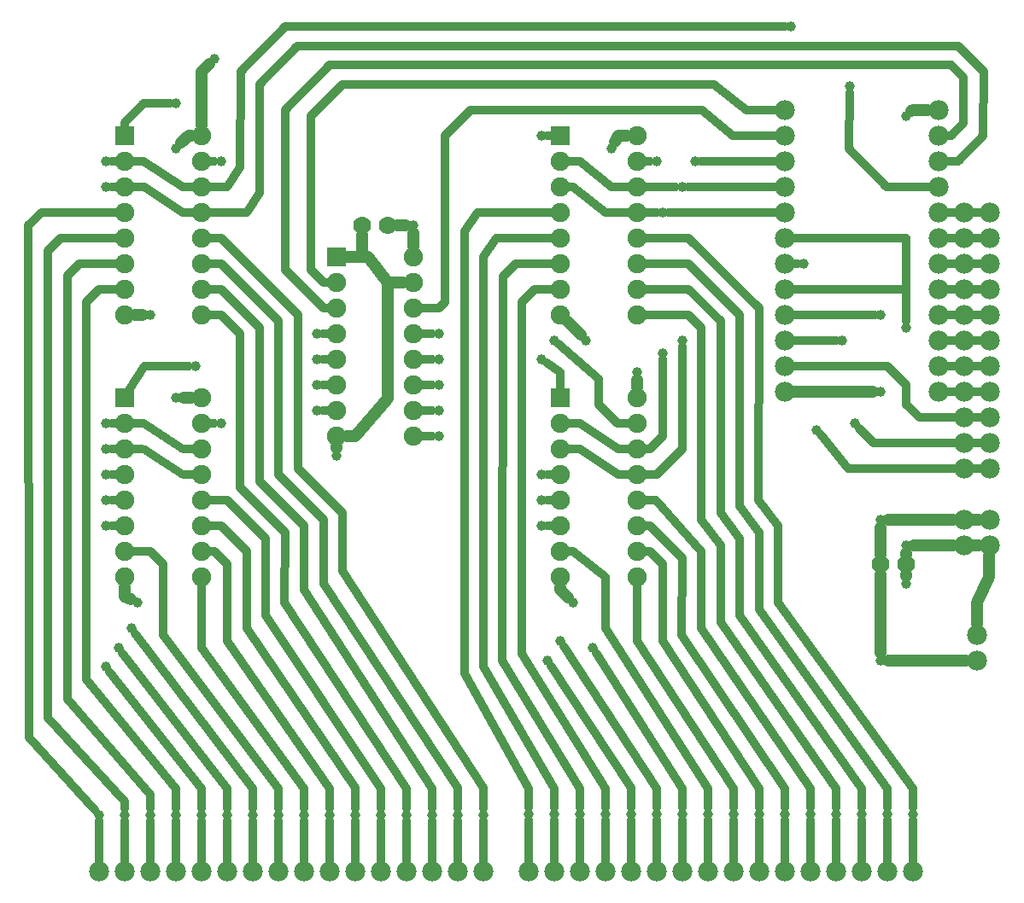
<source format=gbl>
G04 MADE WITH FRITZING*
G04 WWW.FRITZING.ORG*
G04 DOUBLE SIDED*
G04 HOLES PLATED*
G04 CONTOUR ON CENTER OF CONTOUR VECTOR*
%ASAXBY*%
%FSLAX23Y23*%
%MOIN*%
%OFA0B0*%
%SFA1.0B1.0*%
%ADD10C,0.078000*%
%ADD11C,0.070000*%
%ADD12C,0.039370*%
%ADD13C,0.075000*%
%ADD14R,0.075000X0.075000*%
%ADD15C,0.048000*%
%ADD16C,0.032000*%
%ADD17R,0.001000X0.001000*%
%LNCOPPER0*%
G90*
G70*
G54D10*
X3797Y1047D03*
X3797Y947D03*
G54D11*
X1397Y2647D03*
X1497Y2647D03*
G54D12*
X2097Y1572D03*
X2097Y1472D03*
X2297Y997D03*
X2172Y1022D03*
X397Y1672D03*
X397Y1572D03*
X397Y1472D03*
X397Y922D03*
X447Y997D03*
X497Y1072D03*
X1297Y1747D03*
X2122Y947D03*
X2097Y1672D03*
X3272Y2197D03*
X3322Y1872D03*
X3122Y2497D03*
X3172Y1847D03*
X3522Y3072D03*
X3072Y3422D03*
X3302Y3189D03*
X3522Y1247D03*
G54D10*
X3647Y3097D03*
X3647Y2997D03*
X3647Y2897D03*
X3647Y2797D03*
X3647Y2697D03*
X3647Y2597D03*
X3647Y2497D03*
X3647Y2397D03*
X3647Y2297D03*
X3647Y2197D03*
X3647Y2097D03*
X3647Y1997D03*
X3047Y3097D03*
X3047Y2997D03*
X3047Y2897D03*
X3047Y2797D03*
X3047Y2697D03*
X3047Y2597D03*
X3047Y2497D03*
X3047Y2397D03*
X3047Y2297D03*
X3047Y2197D03*
X3047Y2097D03*
X3047Y1997D03*
G54D12*
X2047Y347D03*
X2147Y347D03*
X2247Y347D03*
X2347Y347D03*
X2447Y347D03*
X2547Y347D03*
X2647Y347D03*
X2747Y347D03*
X2847Y347D03*
X2947Y347D03*
X3047Y347D03*
X3147Y347D03*
X3247Y347D03*
X3347Y347D03*
X3447Y347D03*
X3547Y347D03*
X3422Y947D03*
X372Y344D03*
X472Y344D03*
X572Y344D03*
X672Y344D03*
X772Y344D03*
X872Y344D03*
X972Y344D03*
X1072Y344D03*
X1172Y344D03*
X1272Y344D03*
X1372Y344D03*
X1472Y344D03*
X1572Y344D03*
X1672Y344D03*
X1772Y344D03*
X1872Y344D03*
G54D11*
X3422Y1322D03*
X3522Y1322D03*
G54D13*
X2172Y1972D03*
X2472Y1972D03*
X2172Y1872D03*
X2472Y1872D03*
X2172Y1772D03*
X2472Y1772D03*
X2172Y1672D03*
X2472Y1672D03*
X2172Y1572D03*
X2472Y1572D03*
X2172Y1472D03*
X2472Y1472D03*
X2172Y1372D03*
X2472Y1372D03*
X2172Y1272D03*
X2472Y1272D03*
X2172Y2997D03*
X2472Y2997D03*
X2172Y2897D03*
X2472Y2897D03*
X2172Y2797D03*
X2472Y2797D03*
X2172Y2697D03*
X2472Y2697D03*
X2172Y2597D03*
X2472Y2597D03*
X2172Y2497D03*
X2472Y2497D03*
X2172Y2397D03*
X2472Y2397D03*
X2172Y2297D03*
X2472Y2297D03*
X1298Y2522D03*
X1598Y2522D03*
X1298Y2422D03*
X1598Y2422D03*
X1298Y2322D03*
X1598Y2322D03*
X1298Y2222D03*
X1598Y2222D03*
X1298Y2122D03*
X1598Y2122D03*
X1298Y2022D03*
X1598Y2022D03*
X1298Y1922D03*
X1598Y1922D03*
X1298Y1822D03*
X1598Y1822D03*
X472Y1972D03*
X772Y1972D03*
X472Y1872D03*
X772Y1872D03*
X472Y1772D03*
X772Y1772D03*
X472Y1672D03*
X772Y1672D03*
X472Y1572D03*
X772Y1572D03*
X472Y1472D03*
X772Y1472D03*
X472Y1372D03*
X772Y1372D03*
X472Y1272D03*
X772Y1272D03*
X472Y2997D03*
X772Y2997D03*
X472Y2897D03*
X772Y2897D03*
X472Y2797D03*
X772Y2797D03*
X472Y2697D03*
X772Y2697D03*
X472Y2597D03*
X772Y2597D03*
X472Y2497D03*
X772Y2497D03*
X472Y2397D03*
X772Y2397D03*
X472Y2297D03*
X772Y2297D03*
G54D10*
X2447Y122D03*
X2547Y122D03*
X2647Y122D03*
X2747Y122D03*
X3147Y122D03*
X3047Y122D03*
X2947Y122D03*
X2847Y122D03*
X2047Y122D03*
X2147Y122D03*
X2247Y122D03*
X2347Y122D03*
X1472Y122D03*
X1372Y122D03*
X1272Y122D03*
X1172Y122D03*
X772Y122D03*
X872Y122D03*
X972Y122D03*
X1072Y122D03*
X372Y122D03*
X472Y122D03*
X572Y122D03*
X672Y122D03*
X3547Y122D03*
X3447Y122D03*
X3347Y122D03*
X3247Y122D03*
X1872Y122D03*
X1772Y122D03*
X1672Y122D03*
X1572Y122D03*
G54D12*
X2647Y2797D03*
X2647Y2197D03*
X2572Y2147D03*
X2572Y2697D03*
X2147Y2197D03*
G54D10*
X3847Y2697D03*
X3847Y2597D03*
X3847Y2497D03*
X3847Y2397D03*
X3847Y2297D03*
X3847Y2197D03*
X3847Y2097D03*
X3847Y1997D03*
X3847Y1897D03*
X3847Y1797D03*
X3847Y1697D03*
X3747Y2697D03*
X3747Y2597D03*
X3747Y2497D03*
X3747Y2397D03*
X3747Y2297D03*
X3747Y2197D03*
X3747Y2097D03*
X3747Y1997D03*
X3747Y1897D03*
X3747Y1797D03*
X3747Y1697D03*
G54D12*
X397Y1872D03*
X397Y2797D03*
X397Y2897D03*
X397Y1772D03*
X1222Y1922D03*
X847Y1872D03*
X1222Y2022D03*
X747Y2097D03*
X1222Y2222D03*
X672Y3122D03*
X1222Y2122D03*
X847Y2897D03*
X2097Y2122D03*
X1697Y1822D03*
X1697Y1922D03*
X1697Y2022D03*
X1697Y2122D03*
X1697Y2222D03*
X2097Y2997D03*
X2547Y2897D03*
X2697Y2897D03*
G54D10*
X3847Y1497D03*
X3847Y1397D03*
X3747Y1497D03*
X3747Y1397D03*
G54D12*
X522Y1172D03*
X2222Y1172D03*
X3522Y1397D03*
X3522Y2247D03*
X3422Y1997D03*
X3422Y2297D03*
X3422Y1497D03*
X2272Y2197D03*
X572Y2297D03*
X2472Y2072D03*
X2372Y2947D03*
X1597Y2647D03*
X822Y3297D03*
X672Y1972D03*
X672Y2947D03*
G54D14*
X2172Y1972D03*
X2172Y2997D03*
X1298Y2522D03*
X472Y1972D03*
X472Y2997D03*
G54D15*
X3798Y1171D02*
X3797Y1088D01*
D02*
X3846Y1271D02*
X3798Y1171D01*
D02*
X3846Y1355D02*
X3846Y1271D01*
D02*
X3452Y947D02*
X3756Y947D01*
D02*
X1567Y2647D02*
X1534Y2647D01*
D02*
X1398Y2522D02*
X1338Y2522D01*
D02*
X1397Y2609D02*
X1398Y2522D01*
G54D16*
D02*
X2310Y976D02*
X2647Y445D01*
D02*
X3298Y2945D02*
X3446Y2797D01*
D02*
X3446Y2797D02*
X3611Y2797D01*
D02*
X3301Y3164D02*
X3298Y2945D01*
G54D15*
D02*
X3522Y1284D02*
X3522Y1277D01*
G54D16*
D02*
X3097Y2497D02*
X3082Y2497D01*
D02*
X3397Y2297D02*
X3082Y2297D01*
D02*
X3247Y2197D02*
X3082Y2197D01*
D02*
X3448Y2097D02*
X3082Y2097D01*
G54D15*
D02*
X3392Y1997D02*
X3088Y1997D01*
G54D16*
D02*
X3011Y2797D02*
X2671Y2797D01*
D02*
X3011Y2897D02*
X2721Y2897D01*
D02*
X3522Y2397D02*
X3522Y2597D01*
D02*
X3522Y2597D02*
X3082Y2597D01*
D02*
X3082Y2397D02*
X3522Y2397D01*
G54D15*
D02*
X3548Y3097D02*
X3543Y3092D01*
D02*
X3606Y3097D02*
X3548Y3097D01*
G54D16*
D02*
X3698Y2997D02*
X3682Y2997D01*
D02*
X3746Y3045D02*
X3698Y2997D01*
D02*
X3746Y3223D02*
X3746Y3045D01*
D02*
X3698Y3271D02*
X3746Y3223D01*
D02*
X3724Y2897D02*
X3682Y2897D01*
D02*
X3820Y2997D02*
X3724Y2897D01*
D02*
X3824Y3245D02*
X3820Y2997D01*
D02*
X3724Y3345D02*
X3824Y3245D01*
D02*
X3682Y2697D02*
X3711Y2697D01*
D02*
X3682Y2597D02*
X3711Y2597D01*
D02*
X3682Y2497D02*
X3711Y2497D01*
D02*
X3682Y2397D02*
X3711Y2397D01*
D02*
X3682Y2297D02*
X3711Y2297D01*
D02*
X3682Y2197D02*
X3711Y2197D01*
D02*
X3682Y2097D02*
X3711Y2097D01*
D02*
X3682Y1997D02*
X3711Y1997D01*
D02*
X3522Y2597D02*
X3082Y2597D01*
D02*
X3522Y2271D02*
X3522Y2597D01*
G54D15*
D02*
X3422Y977D02*
X3422Y1284D01*
D02*
X3552Y1397D02*
X3706Y1397D01*
G54D16*
D02*
X3782Y2697D02*
X3811Y2697D01*
D02*
X3782Y2597D02*
X3811Y2597D01*
D02*
X3782Y2497D02*
X3811Y2497D01*
D02*
X3782Y2397D02*
X3811Y2397D01*
D02*
X3782Y2297D02*
X3811Y2297D01*
D02*
X3782Y2197D02*
X3811Y2197D01*
D02*
X3782Y2097D02*
X3811Y2097D01*
D02*
X3782Y1997D02*
X3811Y1997D01*
D02*
X3782Y1897D02*
X3811Y1897D01*
D02*
X3782Y1797D02*
X3811Y1797D01*
D02*
X3782Y1697D02*
X3811Y1697D01*
G54D15*
D02*
X3788Y1497D02*
X3806Y1497D01*
D02*
X3788Y1397D02*
X3806Y1397D01*
D02*
X1372Y1823D02*
X1338Y1823D01*
D02*
X1497Y1970D02*
X1372Y1823D01*
D02*
X1497Y2422D02*
X1497Y1970D01*
D02*
X1558Y2422D02*
X1497Y2422D01*
D02*
X3522Y1366D02*
X3522Y1359D01*
D02*
X3422Y1466D02*
X3422Y1359D01*
G54D16*
D02*
X2747Y322D02*
X2747Y157D01*
D02*
X2747Y445D02*
X2747Y371D01*
D02*
X2347Y1072D02*
X2747Y445D01*
D02*
X2347Y1272D02*
X2347Y1072D01*
D02*
X1072Y319D02*
X1072Y157D01*
D02*
X1072Y447D02*
X1072Y368D01*
D02*
X622Y1047D02*
X1072Y447D01*
D02*
X622Y1322D02*
X622Y1047D01*
D02*
X572Y1372D02*
X622Y1322D01*
D02*
X2206Y1372D02*
X2222Y1372D01*
D02*
X2222Y1372D02*
X2347Y1272D01*
D02*
X506Y1372D02*
X572Y1372D01*
D02*
X2138Y1672D02*
X2121Y1672D01*
D02*
X2447Y322D02*
X2447Y157D01*
D02*
X2447Y448D02*
X2447Y371D01*
D02*
X2135Y926D02*
X2447Y448D01*
D02*
X772Y319D02*
X772Y157D01*
D02*
X772Y447D02*
X772Y368D01*
D02*
X412Y902D02*
X772Y447D01*
D02*
X438Y1672D02*
X421Y1672D01*
D02*
X2547Y322D02*
X2547Y157D01*
D02*
X2185Y1001D02*
X2547Y445D01*
D02*
X2547Y445D02*
X2547Y371D01*
D02*
X872Y319D02*
X872Y157D01*
D02*
X872Y447D02*
X872Y368D01*
D02*
X462Y977D02*
X872Y447D01*
D02*
X2138Y1572D02*
X2121Y1572D01*
D02*
X438Y1572D02*
X421Y1572D01*
D02*
X2647Y322D02*
X2647Y157D01*
D02*
X2647Y445D02*
X2647Y371D01*
D02*
X972Y319D02*
X972Y157D01*
D02*
X972Y447D02*
X972Y368D01*
D02*
X512Y1052D02*
X972Y447D01*
D02*
X2138Y1472D02*
X2121Y1472D01*
D02*
X438Y1472D02*
X421Y1472D01*
D02*
X1947Y2447D02*
X1997Y2497D01*
D02*
X247Y2448D02*
X296Y2497D01*
D02*
X1946Y947D02*
X1947Y2447D01*
D02*
X1997Y2497D02*
X2138Y2497D01*
D02*
X2247Y445D02*
X1946Y947D01*
D02*
X2247Y371D02*
X2247Y445D01*
D02*
X2247Y157D02*
X2247Y322D01*
D02*
X247Y797D02*
X247Y1021D01*
D02*
X247Y1021D02*
X247Y2448D01*
D02*
X296Y2497D02*
X438Y2497D01*
D02*
X572Y422D02*
X247Y797D01*
D02*
X572Y368D02*
X572Y422D01*
D02*
X572Y157D02*
X572Y319D01*
D02*
X2047Y322D02*
X2047Y157D01*
D02*
X1798Y897D02*
X2047Y445D01*
D02*
X2047Y445D02*
X2047Y371D01*
D02*
X1797Y2297D02*
X1798Y897D01*
D02*
X1797Y2622D02*
X1797Y2297D01*
D02*
X372Y319D02*
X372Y157D01*
D02*
X97Y647D02*
X355Y362D01*
D02*
X96Y2645D02*
X97Y647D01*
D02*
X1847Y2697D02*
X1797Y2622D01*
D02*
X147Y2697D02*
X96Y2645D01*
D02*
X2138Y2697D02*
X1847Y2697D01*
D02*
X438Y2697D02*
X147Y2697D01*
D02*
X2022Y2347D02*
X2022Y971D01*
D02*
X323Y2345D02*
X322Y872D01*
D02*
X2347Y322D02*
X2347Y157D01*
D02*
X2347Y445D02*
X2347Y371D01*
D02*
X2022Y971D02*
X2347Y445D01*
D02*
X2072Y2397D02*
X2022Y2347D01*
D02*
X672Y319D02*
X672Y157D01*
D02*
X672Y447D02*
X672Y368D01*
D02*
X322Y872D02*
X672Y447D01*
D02*
X372Y2397D02*
X323Y2345D01*
D02*
X438Y2397D02*
X372Y2397D01*
D02*
X2138Y2397D02*
X2072Y2397D01*
D02*
X2147Y322D02*
X2147Y157D01*
D02*
X1872Y922D02*
X2147Y445D01*
D02*
X2147Y445D02*
X2147Y371D01*
D02*
X1872Y2522D02*
X1872Y922D01*
D02*
X472Y319D02*
X472Y157D01*
D02*
X472Y397D02*
X472Y368D01*
D02*
X172Y722D02*
X472Y397D01*
D02*
X172Y2545D02*
X172Y722D01*
D02*
X1922Y2597D02*
X1872Y2522D01*
D02*
X223Y2597D02*
X172Y2545D01*
D02*
X2138Y2597D02*
X1922Y2597D01*
D02*
X438Y2597D02*
X223Y2597D01*
D02*
X2847Y322D02*
X2847Y157D01*
D02*
X2847Y445D02*
X2847Y371D01*
D02*
X2472Y1021D02*
X2847Y445D01*
D02*
X1172Y319D02*
X1172Y157D01*
D02*
X1172Y447D02*
X1172Y368D01*
D02*
X2472Y1237D02*
X2472Y1021D01*
D02*
X772Y997D02*
X1172Y447D01*
D02*
X772Y1237D02*
X772Y997D01*
D02*
X2506Y1372D02*
X2522Y1372D01*
D02*
X2947Y322D02*
X2947Y157D01*
D02*
X2947Y445D02*
X2947Y371D01*
D02*
X2572Y1021D02*
X2947Y445D01*
D02*
X2572Y1322D02*
X2572Y1021D01*
D02*
X2522Y1372D02*
X2572Y1322D01*
D02*
X1272Y319D02*
X1272Y157D01*
D02*
X1272Y447D02*
X1272Y368D01*
D02*
X872Y1022D02*
X1272Y447D01*
D02*
X872Y1322D02*
X872Y1022D01*
D02*
X822Y1372D02*
X872Y1322D01*
D02*
X806Y1372D02*
X822Y1372D01*
D02*
X2647Y1347D02*
X2646Y1047D01*
D02*
X3047Y322D02*
X3047Y157D01*
D02*
X3047Y445D02*
X3047Y371D01*
D02*
X2520Y1471D02*
X2647Y1347D01*
D02*
X2646Y1047D02*
X3047Y445D01*
D02*
X1372Y319D02*
X1372Y157D01*
D02*
X1372Y448D02*
X1372Y368D01*
D02*
X947Y1072D02*
X1372Y448D01*
D02*
X947Y1372D02*
X947Y1072D01*
D02*
X847Y1472D02*
X947Y1372D01*
D02*
X2506Y1471D02*
X2520Y1471D01*
D02*
X806Y1472D02*
X847Y1472D01*
D02*
X2722Y1372D02*
X2722Y1071D01*
D02*
X1022Y1422D02*
X1021Y1121D01*
D02*
X2546Y1571D02*
X2722Y1372D01*
D02*
X3147Y322D02*
X3147Y157D01*
D02*
X3147Y445D02*
X3147Y371D01*
D02*
X2722Y1071D02*
X3147Y445D01*
D02*
X1472Y319D02*
X1472Y157D01*
D02*
X1472Y445D02*
X1472Y368D01*
D02*
X1021Y1121D02*
X1472Y445D01*
D02*
X872Y1572D02*
X1022Y1422D01*
D02*
X2506Y1571D02*
X2546Y1571D01*
D02*
X806Y1572D02*
X872Y1572D01*
D02*
X3347Y322D02*
X3347Y157D01*
D02*
X3347Y445D02*
X3347Y371D01*
D02*
X2872Y1121D02*
X3347Y445D01*
D02*
X2872Y1422D02*
X2872Y1121D01*
D02*
X2798Y1522D02*
X2872Y1422D01*
D02*
X2797Y2272D02*
X2798Y1522D01*
D02*
X1672Y319D02*
X1672Y157D01*
D02*
X1672Y445D02*
X1672Y368D01*
D02*
X1172Y1221D02*
X1672Y445D01*
D02*
X1172Y1472D02*
X1172Y1221D01*
D02*
X997Y1647D02*
X1172Y1472D01*
D02*
X997Y2247D02*
X997Y1647D01*
D02*
X2672Y2397D02*
X2797Y2272D01*
D02*
X847Y2397D02*
X997Y2247D01*
D02*
X2506Y2397D02*
X2672Y2397D01*
D02*
X806Y2397D02*
X847Y2397D01*
D02*
X3247Y322D02*
X3247Y157D01*
D02*
X3247Y445D02*
X3247Y371D01*
D02*
X2798Y1097D02*
X3247Y445D01*
D02*
X2797Y1397D02*
X2798Y1097D01*
D02*
X2720Y1497D02*
X2797Y1397D01*
D02*
X2722Y2247D02*
X2720Y1497D01*
D02*
X1572Y319D02*
X1572Y157D01*
D02*
X1572Y445D02*
X1572Y368D01*
D02*
X1096Y1172D02*
X1572Y445D01*
D02*
X1097Y1447D02*
X1096Y1172D01*
D02*
X922Y1622D02*
X1097Y1447D01*
D02*
X922Y2222D02*
X922Y1622D01*
D02*
X2672Y2297D02*
X2722Y2247D01*
D02*
X847Y2297D02*
X922Y2222D01*
D02*
X2506Y2297D02*
X2672Y2297D01*
D02*
X806Y2297D02*
X847Y2297D01*
D02*
X3547Y322D02*
X3547Y157D01*
D02*
X3547Y445D02*
X3547Y371D01*
D02*
X3022Y1171D02*
X3547Y445D01*
D02*
X3022Y1472D02*
X3022Y1171D01*
D02*
X2946Y1571D02*
X3022Y1472D01*
D02*
X2947Y2322D02*
X2946Y1571D01*
D02*
X1872Y319D02*
X1872Y157D01*
D02*
X1872Y448D02*
X1872Y368D01*
D02*
X1323Y1297D02*
X1872Y448D01*
D02*
X1322Y1522D02*
X1323Y1297D01*
D02*
X1147Y1697D02*
X1322Y1522D01*
D02*
X1147Y2297D02*
X1147Y1697D01*
D02*
X2672Y2597D02*
X2947Y2322D01*
D02*
X847Y2597D02*
X1147Y2297D01*
D02*
X2506Y2597D02*
X2672Y2597D01*
D02*
X806Y2597D02*
X847Y2597D01*
D02*
X2872Y2297D02*
X2872Y1548D01*
D02*
X2872Y1548D02*
X2947Y1447D01*
D02*
X3447Y322D02*
X3447Y157D01*
D02*
X3447Y445D02*
X3447Y371D01*
D02*
X2948Y1147D02*
X3447Y445D01*
D02*
X2947Y1447D02*
X2948Y1147D01*
D02*
X1772Y319D02*
X1772Y157D01*
D02*
X1772Y448D02*
X1772Y368D01*
D02*
X1247Y1245D02*
X1772Y448D01*
D02*
X1247Y1497D02*
X1247Y1245D01*
D02*
X1072Y1672D02*
X1247Y1497D01*
D02*
X1072Y2272D02*
X1072Y1672D01*
D02*
X2672Y2497D02*
X2872Y2297D01*
D02*
X847Y2497D02*
X1072Y2272D01*
D02*
X2506Y2497D02*
X2672Y2497D01*
D02*
X806Y2497D02*
X847Y2497D01*
D02*
X2247Y1872D02*
X2397Y1772D01*
D02*
X2397Y1772D02*
X2438Y1772D01*
D02*
X2206Y1872D02*
X2247Y1872D01*
D02*
X2397Y1672D02*
X2438Y1672D01*
D02*
X2247Y1772D02*
X2397Y1672D01*
D02*
X2206Y1772D02*
X2247Y1772D01*
D02*
X2347Y2697D02*
X2222Y2797D01*
D02*
X2222Y2797D02*
X2206Y2797D01*
D02*
X2438Y2697D02*
X2347Y2697D01*
D02*
X698Y2697D02*
X548Y2797D01*
D02*
X548Y2797D02*
X506Y2797D01*
D02*
X738Y2697D02*
X698Y2697D01*
D02*
X2372Y2797D02*
X2247Y2897D01*
D02*
X2247Y2897D02*
X2206Y2897D01*
D02*
X2438Y2797D02*
X2372Y2797D01*
D02*
X698Y2797D02*
X546Y2897D01*
D02*
X546Y2897D02*
X506Y2897D01*
D02*
X738Y2797D02*
X698Y2797D01*
D02*
X421Y2797D02*
X438Y2797D01*
D02*
X438Y1872D02*
X421Y1872D01*
D02*
X421Y2897D02*
X438Y2897D01*
D02*
X438Y1772D02*
X421Y1772D01*
D02*
X2547Y2697D02*
X2506Y2697D01*
D02*
X2572Y1822D02*
X2572Y2122D01*
D02*
X2522Y1772D02*
X2572Y1822D01*
D02*
X2506Y1772D02*
X2522Y1772D01*
D02*
X2622Y2797D02*
X2506Y2797D01*
D02*
X2547Y1672D02*
X2647Y1772D01*
D02*
X2647Y1772D02*
X2647Y2172D01*
D02*
X2506Y1672D02*
X2547Y1672D01*
D02*
X2322Y2047D02*
X2165Y2181D01*
D02*
X2322Y1947D02*
X2322Y2047D01*
D02*
X2396Y1872D02*
X2322Y1947D01*
D02*
X2438Y1872D02*
X2396Y1872D01*
D02*
X3011Y2697D02*
X2596Y2697D01*
G54D15*
D02*
X1497Y2422D02*
X1423Y2521D01*
D02*
X1423Y2521D02*
X1338Y2521D01*
D02*
X1558Y2422D02*
X1497Y2422D01*
G54D16*
D02*
X2720Y3271D02*
X3698Y3271D01*
D02*
X1272Y3272D02*
X2720Y3271D01*
D02*
X1097Y3097D02*
X1272Y3272D01*
D02*
X1097Y2472D02*
X1097Y3097D01*
D02*
X1247Y2322D02*
X1097Y2472D01*
D02*
X1264Y2322D02*
X1247Y2322D01*
D02*
X2898Y3097D02*
X3011Y3097D01*
D02*
X2772Y3197D02*
X2898Y3097D01*
D02*
X1322Y3197D02*
X2772Y3197D01*
D02*
X1197Y3072D02*
X1322Y3197D01*
D02*
X1197Y2472D02*
X1197Y3072D01*
D02*
X1247Y2422D02*
X1197Y2472D01*
D02*
X1264Y2422D02*
X1247Y2422D01*
D02*
X2846Y2997D02*
X3011Y2997D01*
D02*
X2724Y3097D02*
X2846Y2997D01*
D02*
X1822Y3097D02*
X2724Y3097D01*
D02*
X1722Y2997D02*
X1822Y3097D01*
D02*
X1722Y2347D02*
X1722Y2997D01*
D02*
X1697Y2322D02*
X1722Y2347D01*
D02*
X1632Y2322D02*
X1697Y2322D01*
D02*
X1632Y2222D02*
X1672Y2222D01*
D02*
X997Y3197D02*
X1146Y3345D01*
D02*
X1146Y3345D02*
X3724Y3345D01*
D02*
X997Y2772D02*
X997Y3197D01*
D02*
X947Y2697D02*
X997Y2772D01*
D02*
X806Y2697D02*
X947Y2697D01*
D02*
X922Y2872D02*
X924Y3245D01*
D02*
X924Y3245D02*
X1098Y3423D01*
D02*
X872Y2797D02*
X922Y2872D01*
D02*
X1098Y3423D02*
X3047Y3422D01*
D02*
X806Y2797D02*
X872Y2797D01*
D02*
X822Y1872D02*
X806Y1872D01*
D02*
X1264Y1922D02*
X1246Y1922D01*
D02*
X1246Y2022D02*
X1264Y2022D01*
D02*
X547Y2097D02*
X722Y2097D01*
D02*
X489Y2001D02*
X547Y2097D01*
D02*
X1246Y2222D02*
X1264Y2222D01*
D02*
X546Y3123D02*
X647Y3122D01*
D02*
X472Y3047D02*
X546Y3123D01*
D02*
X472Y3031D02*
X472Y3047D01*
D02*
X1246Y2122D02*
X1264Y2122D01*
D02*
X806Y2897D02*
X822Y2897D01*
D02*
X2172Y2072D02*
X2117Y2108D01*
D02*
X2172Y2006D02*
X2172Y2072D01*
D02*
X1672Y1822D02*
X1632Y1822D01*
D02*
X1672Y1922D02*
X1632Y1922D01*
D02*
X1672Y2022D02*
X1632Y2022D01*
D02*
X1672Y2122D02*
X1632Y2122D01*
D02*
X2138Y2997D02*
X2121Y2997D01*
D02*
X2506Y2897D02*
X2522Y2897D01*
D02*
X3396Y1797D02*
X3339Y1854D01*
D02*
X3711Y1797D02*
X3396Y1797D01*
D02*
X3296Y1697D02*
X3187Y1828D01*
D02*
X3711Y1697D02*
X3296Y1697D01*
G54D15*
D02*
X2172Y1222D02*
X2172Y1232D01*
D02*
X2200Y1193D02*
X2172Y1222D01*
D02*
X472Y1197D02*
X495Y1185D01*
D02*
X472Y1232D02*
X472Y1197D01*
G54D16*
D02*
X3522Y1945D02*
X3522Y2023D01*
D02*
X3522Y2023D02*
X3448Y2097D01*
D02*
X3574Y1897D02*
X3522Y1945D01*
D02*
X3711Y1897D02*
X3574Y1897D01*
G54D15*
D02*
X3452Y1497D02*
X3706Y1497D01*
D02*
X2250Y2218D02*
X2200Y2268D01*
D02*
X542Y2297D02*
X511Y2297D01*
D02*
X2472Y2041D02*
X2472Y2011D01*
D02*
X2397Y2997D02*
X2432Y2997D01*
D02*
X2385Y2973D02*
X2397Y2997D01*
D02*
X1598Y2561D02*
X1597Y2616D01*
D02*
X801Y3275D02*
X772Y3245D01*
D02*
X772Y3245D02*
X772Y3036D01*
D02*
X732Y1972D02*
X702Y1972D01*
D02*
X722Y2997D02*
X732Y2997D01*
D02*
X693Y2968D02*
X722Y2997D01*
D02*
X1297Y1777D02*
X1297Y1782D01*
G54D17*
X481Y1888D02*
X550Y1888D01*
X467Y1887D02*
X552Y1887D01*
X464Y1886D02*
X554Y1886D01*
X463Y1885D02*
X555Y1885D01*
X461Y1884D02*
X557Y1884D01*
X460Y1883D02*
X558Y1883D01*
X459Y1882D02*
X560Y1882D01*
X459Y1881D02*
X561Y1881D01*
X458Y1880D02*
X563Y1880D01*
X457Y1879D02*
X564Y1879D01*
X457Y1878D02*
X566Y1878D01*
X457Y1877D02*
X567Y1877D01*
X456Y1876D02*
X569Y1876D01*
X456Y1875D02*
X570Y1875D01*
X456Y1874D02*
X572Y1874D01*
X456Y1873D02*
X574Y1873D01*
X456Y1872D02*
X575Y1872D01*
X456Y1871D02*
X577Y1871D01*
X456Y1870D02*
X578Y1870D01*
X456Y1869D02*
X580Y1869D01*
X456Y1868D02*
X581Y1868D01*
X457Y1867D02*
X583Y1867D01*
X457Y1866D02*
X584Y1866D01*
X457Y1865D02*
X586Y1865D01*
X458Y1864D02*
X587Y1864D01*
X458Y1863D02*
X589Y1863D01*
X459Y1862D02*
X590Y1862D01*
X460Y1861D02*
X592Y1861D01*
X461Y1860D02*
X593Y1860D01*
X462Y1859D02*
X595Y1859D01*
X464Y1858D02*
X596Y1858D01*
X466Y1857D02*
X598Y1857D01*
X470Y1856D02*
X481Y1856D01*
X542Y1856D02*
X599Y1856D01*
X544Y1855D02*
X601Y1855D01*
X545Y1854D02*
X602Y1854D01*
X547Y1853D02*
X604Y1853D01*
X548Y1852D02*
X605Y1852D01*
X550Y1851D02*
X607Y1851D01*
X551Y1850D02*
X608Y1850D01*
X553Y1849D02*
X610Y1849D01*
X554Y1848D02*
X611Y1848D01*
X556Y1847D02*
X613Y1847D01*
X557Y1846D02*
X615Y1846D01*
X559Y1845D02*
X616Y1845D01*
X560Y1844D02*
X618Y1844D01*
X562Y1843D02*
X619Y1843D01*
X563Y1842D02*
X621Y1842D01*
X565Y1841D02*
X622Y1841D01*
X566Y1840D02*
X624Y1840D01*
X568Y1839D02*
X625Y1839D01*
X569Y1838D02*
X627Y1838D01*
X571Y1837D02*
X628Y1837D01*
X573Y1836D02*
X630Y1836D01*
X574Y1835D02*
X631Y1835D01*
X576Y1834D02*
X633Y1834D01*
X577Y1833D02*
X634Y1833D01*
X579Y1832D02*
X636Y1832D01*
X580Y1831D02*
X637Y1831D01*
X582Y1830D02*
X639Y1830D01*
X583Y1829D02*
X640Y1829D01*
X585Y1828D02*
X642Y1828D01*
X586Y1827D02*
X643Y1827D01*
X588Y1826D02*
X645Y1826D01*
X589Y1825D02*
X646Y1825D01*
X591Y1824D02*
X648Y1824D01*
X592Y1823D02*
X649Y1823D01*
X594Y1822D02*
X651Y1822D01*
X595Y1821D02*
X652Y1821D01*
X597Y1820D02*
X654Y1820D01*
X598Y1819D02*
X656Y1819D01*
X600Y1818D02*
X657Y1818D01*
X601Y1817D02*
X659Y1817D01*
X603Y1816D02*
X660Y1816D01*
X604Y1815D02*
X662Y1815D01*
X606Y1814D02*
X663Y1814D01*
X607Y1813D02*
X665Y1813D01*
X609Y1812D02*
X666Y1812D01*
X610Y1811D02*
X668Y1811D01*
X612Y1810D02*
X669Y1810D01*
X614Y1809D02*
X671Y1809D01*
X615Y1808D02*
X672Y1808D01*
X617Y1807D02*
X674Y1807D01*
X618Y1806D02*
X675Y1806D01*
X620Y1805D02*
X677Y1805D01*
X621Y1804D02*
X678Y1804D01*
X623Y1803D02*
X680Y1803D01*
X624Y1802D02*
X681Y1802D01*
X626Y1801D02*
X683Y1801D01*
X627Y1800D02*
X684Y1800D01*
X629Y1799D02*
X686Y1799D01*
X630Y1798D02*
X687Y1798D01*
X632Y1797D02*
X689Y1797D01*
X633Y1796D02*
X690Y1796D01*
X635Y1795D02*
X692Y1795D01*
X636Y1794D02*
X693Y1794D01*
X638Y1793D02*
X695Y1793D01*
X639Y1792D02*
X697Y1792D01*
X641Y1791D02*
X698Y1791D01*
X642Y1790D02*
X700Y1790D01*
X644Y1789D02*
X701Y1789D01*
X645Y1788D02*
X761Y1788D01*
X467Y1787D02*
X543Y1787D01*
X647Y1787D02*
X776Y1787D01*
X464Y1786D02*
X552Y1786D01*
X648Y1786D02*
X778Y1786D01*
X463Y1785D02*
X554Y1785D01*
X650Y1785D02*
X780Y1785D01*
X461Y1784D02*
X556Y1784D01*
X651Y1784D02*
X781Y1784D01*
X460Y1783D02*
X557Y1783D01*
X653Y1783D02*
X782Y1783D01*
X459Y1782D02*
X559Y1782D01*
X655Y1782D02*
X783Y1782D01*
X459Y1781D02*
X560Y1781D01*
X656Y1781D02*
X784Y1781D01*
X458Y1780D02*
X562Y1780D01*
X658Y1780D02*
X784Y1780D01*
X457Y1779D02*
X564Y1779D01*
X659Y1779D02*
X785Y1779D01*
X457Y1778D02*
X565Y1778D01*
X661Y1778D02*
X785Y1778D01*
X457Y1777D02*
X567Y1777D01*
X662Y1777D02*
X786Y1777D01*
X456Y1776D02*
X568Y1776D01*
X664Y1776D02*
X786Y1776D01*
X456Y1775D02*
X570Y1775D01*
X665Y1775D02*
X786Y1775D01*
X456Y1774D02*
X571Y1774D01*
X667Y1774D02*
X786Y1774D01*
X456Y1773D02*
X573Y1773D01*
X668Y1773D02*
X787Y1773D01*
X456Y1772D02*
X574Y1772D01*
X670Y1772D02*
X787Y1772D01*
X456Y1771D02*
X576Y1771D01*
X671Y1771D02*
X787Y1771D01*
X456Y1770D02*
X577Y1770D01*
X673Y1770D02*
X786Y1770D01*
X456Y1769D02*
X579Y1769D01*
X674Y1769D02*
X786Y1769D01*
X456Y1768D02*
X580Y1768D01*
X676Y1768D02*
X786Y1768D01*
X457Y1767D02*
X582Y1767D01*
X677Y1767D02*
X786Y1767D01*
X457Y1766D02*
X583Y1766D01*
X679Y1766D02*
X785Y1766D01*
X457Y1765D02*
X585Y1765D01*
X680Y1765D02*
X785Y1765D01*
X458Y1764D02*
X586Y1764D01*
X682Y1764D02*
X784Y1764D01*
X458Y1763D02*
X588Y1763D01*
X683Y1763D02*
X784Y1763D01*
X459Y1762D02*
X590Y1762D01*
X685Y1762D02*
X783Y1762D01*
X460Y1761D02*
X591Y1761D01*
X686Y1761D02*
X782Y1761D01*
X461Y1760D02*
X593Y1760D01*
X688Y1760D02*
X781Y1760D01*
X462Y1759D02*
X594Y1759D01*
X690Y1759D02*
X780Y1759D01*
X464Y1758D02*
X596Y1758D01*
X692Y1758D02*
X778Y1758D01*
X466Y1757D02*
X597Y1757D01*
X695Y1757D02*
X776Y1757D01*
X470Y1756D02*
X599Y1756D01*
X761Y1756D02*
X772Y1756D01*
X543Y1755D02*
X600Y1755D01*
X544Y1754D02*
X602Y1754D01*
X546Y1753D02*
X603Y1753D01*
X547Y1752D02*
X605Y1752D01*
X549Y1751D02*
X606Y1751D01*
X550Y1750D02*
X608Y1750D01*
X552Y1749D02*
X609Y1749D01*
X553Y1748D02*
X611Y1748D01*
X555Y1747D02*
X612Y1747D01*
X557Y1746D02*
X614Y1746D01*
X558Y1745D02*
X615Y1745D01*
X560Y1744D02*
X617Y1744D01*
X561Y1743D02*
X619Y1743D01*
X563Y1742D02*
X620Y1742D01*
X564Y1741D02*
X622Y1741D01*
X566Y1740D02*
X623Y1740D01*
X567Y1739D02*
X625Y1739D01*
X569Y1738D02*
X626Y1738D01*
X570Y1737D02*
X628Y1737D01*
X572Y1736D02*
X629Y1736D01*
X573Y1735D02*
X631Y1735D01*
X575Y1734D02*
X632Y1734D01*
X576Y1733D02*
X634Y1733D01*
X578Y1732D02*
X635Y1732D01*
X579Y1731D02*
X637Y1731D01*
X581Y1730D02*
X638Y1730D01*
X583Y1729D02*
X640Y1729D01*
X584Y1728D02*
X641Y1728D01*
X586Y1727D02*
X643Y1727D01*
X587Y1726D02*
X645Y1726D01*
X589Y1725D02*
X646Y1725D01*
X590Y1724D02*
X648Y1724D01*
X592Y1723D02*
X649Y1723D01*
X593Y1722D02*
X651Y1722D01*
X595Y1721D02*
X652Y1721D01*
X596Y1720D02*
X654Y1720D01*
X598Y1719D02*
X655Y1719D01*
X599Y1718D02*
X657Y1718D01*
X601Y1717D02*
X658Y1717D01*
X602Y1716D02*
X660Y1716D01*
X604Y1715D02*
X661Y1715D01*
X605Y1714D02*
X663Y1714D01*
X607Y1713D02*
X664Y1713D01*
X608Y1712D02*
X666Y1712D01*
X610Y1711D02*
X667Y1711D01*
X612Y1710D02*
X669Y1710D01*
X613Y1709D02*
X671Y1709D01*
X615Y1708D02*
X672Y1708D01*
X616Y1707D02*
X674Y1707D01*
X618Y1706D02*
X675Y1706D01*
X619Y1705D02*
X677Y1705D01*
X621Y1704D02*
X678Y1704D01*
X622Y1703D02*
X680Y1703D01*
X624Y1702D02*
X681Y1702D01*
X625Y1701D02*
X683Y1701D01*
X627Y1700D02*
X684Y1700D01*
X628Y1699D02*
X686Y1699D01*
X630Y1698D02*
X687Y1698D01*
X631Y1697D02*
X689Y1697D01*
X633Y1696D02*
X690Y1696D01*
X634Y1695D02*
X692Y1695D01*
X636Y1694D02*
X693Y1694D01*
X638Y1693D02*
X695Y1693D01*
X639Y1692D02*
X696Y1692D01*
X641Y1691D02*
X698Y1691D01*
X642Y1690D02*
X700Y1690D01*
X644Y1689D02*
X701Y1689D01*
X645Y1688D02*
X761Y1688D01*
X647Y1687D02*
X776Y1687D01*
X648Y1686D02*
X778Y1686D01*
X650Y1685D02*
X780Y1685D01*
X651Y1684D02*
X781Y1684D01*
X653Y1683D02*
X782Y1683D01*
X654Y1682D02*
X783Y1682D01*
X656Y1681D02*
X784Y1681D01*
X657Y1680D02*
X784Y1680D01*
X659Y1679D02*
X785Y1679D01*
X660Y1678D02*
X785Y1678D01*
X662Y1677D02*
X786Y1677D01*
X663Y1676D02*
X786Y1676D01*
X665Y1675D02*
X786Y1675D01*
X667Y1674D02*
X786Y1674D01*
X668Y1673D02*
X787Y1673D01*
X670Y1672D02*
X787Y1672D01*
X671Y1671D02*
X787Y1671D01*
X673Y1670D02*
X786Y1670D01*
X674Y1669D02*
X786Y1669D01*
X676Y1668D02*
X786Y1668D01*
X677Y1667D02*
X786Y1667D01*
X679Y1666D02*
X785Y1666D01*
X680Y1665D02*
X785Y1665D01*
X682Y1664D02*
X784Y1664D01*
X683Y1663D02*
X784Y1663D01*
X685Y1662D02*
X783Y1662D01*
X686Y1661D02*
X782Y1661D01*
X688Y1660D02*
X781Y1660D01*
X690Y1659D02*
X780Y1659D01*
X692Y1658D02*
X778Y1658D01*
X696Y1657D02*
X776Y1657D01*
X763Y1656D02*
X772Y1656D01*
D02*
G04 End of Copper0*
M02*
</source>
